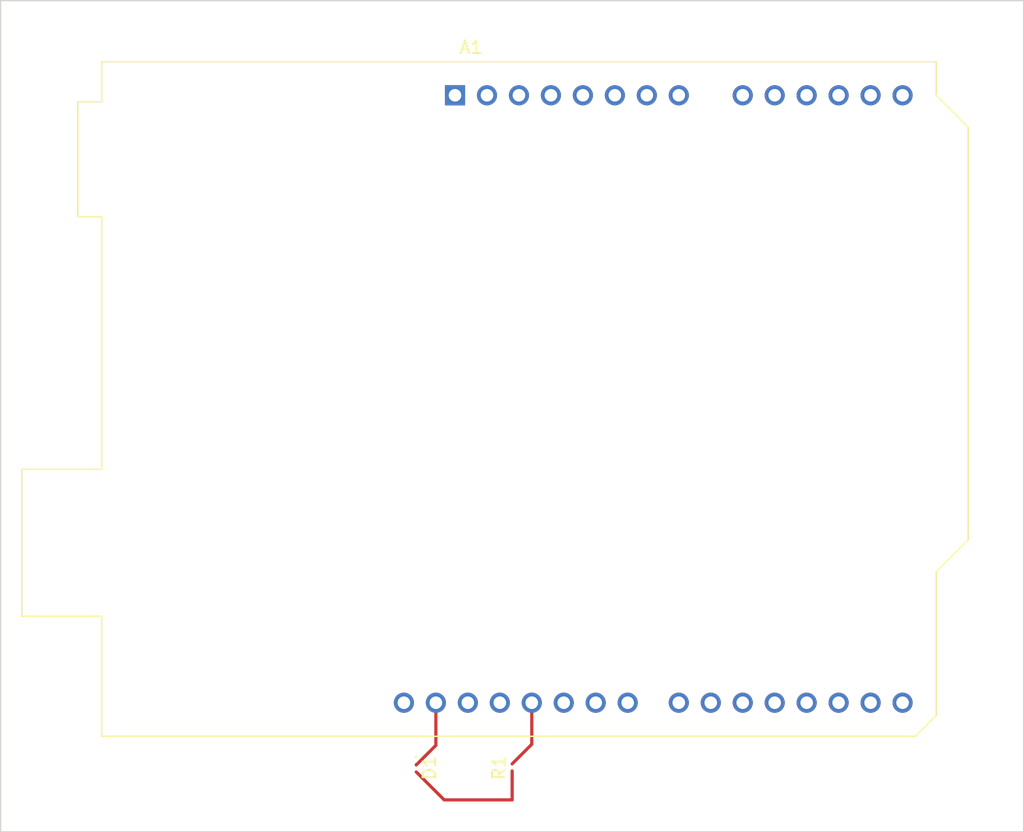
<source format=kicad_pcb>
(kicad_pcb (version 20211014) (generator pcbnew)
  (layers (0 "F.Cu" signal) (31 "B.Cu" signal) (34 "B.Paste" user) (35 "F.Paste" user) (36 "B.SilkS" user "B.Silkscreen") (37 "F.SilkS" user "F.Silkscreen") (38 "B.Mask" user) (39 "F.Mask" user) (44 "Edge.Cuts" user))
  (net 0 "")
  (net 26 "Net-(A1-Pad26)")
  (net 29 "Net-(A1-Pad29)")
  (net 31 "Net-(D1-Pad2)")
  (footprint "LED_SMD:LED_0201_0603Metric" (layer "F.Cu") (at 134.62 88.9 -90)
    (fp_text reference "D1" (at 0 -1.05 90) (layer "F.SilkS"))
    (fp_text value "LED")
    (fp_circle (center -0.86 0) (end -0.81 0) (layer "F.SilkS") (width 0.1) (fill none))
    (pad "1" smd roundrect (at -0.32 0 270) (size 0.1 0.2) (layers "F.Cu" "F.Mask") (net 29 "Net-(A1-Pad29)"))
    (pad "2" smd roundrect (at 0.32 0 270) (size 0.1 0.2) (layers "F.Cu" "F.Mask") (net 31 "Net-(D1-Pad2)"))
  )
  (footprint "Resistor_SMD:R_0201_0603Metric" (layer "F.Cu") (at 142.24 88.9 90)
    (fp_text reference "R1" (at 0 -1.05 90) (layer "F.SilkS"))
    (fp_text value "R_Small")
    (pad "1" smd roundrect (at -0.32 0 90) (size 0.1 0.1) (layers "F.Cu" "F.Mask") (net 31 "Net-(D1-Pad2)"))
    (pad "2" smd roundrect (at 0.32 0 90) (size 0.1 0.1) (layers "F.Cu" "F.Mask") (net 26 "Net-(A1-Pad26)"))
  )
  (footprint "Module:Arduino_UNO_R2" (layer "F.Cu") (at 137.7 35.46)
    (fp_text reference "A1" (at 1.27 -3.81 180) (layer "F.SilkS"))
    (fp_text value "Arduino_UNO_R2")
    (fp_line (start 40.77 35.31) (end 40.77 2.54) (layer "F.SilkS") (width 0.12))
    (fp_line (start -28.07 29.72) (end -34.42 29.72) (layer "F.SilkS") (width 0.12))
    (fp_line (start -29.97 9.65) (end -28.07 9.65) (layer "F.SilkS") (width 0.12))
    (fp_line (start 40.77 2.54) (end 38.23 0) (layer "F.SilkS") (width 0.12))
    (fp_line (start -34.42 41.4) (end -28.07 41.4) (layer "F.SilkS") (width 0.12))
    (fp_line (start 36.58 50.93) (end 38.23 49.28) (layer "F.SilkS") (width 0.12))
    (fp_line (start -28.07 0.51) (end -29.97 0.51) (layer "F.SilkS") (width 0.12))
    (fp_line (start -28.07 9.65) (end -28.07 29.72) (layer "F.SilkS") (width 0.12))
    (fp_line (start -29.97 0.51) (end -29.97 9.65) (layer "F.SilkS") (width 0.12))
    (fp_line (start -28.07 41.4) (end -28.07 50.93) (layer "F.SilkS") (width 0.12))
    (fp_line (start -28.07 -2.67) (end -28.07 0.51) (layer "F.SilkS") (width 0.12))
    (fp_line (start 38.23 49.28) (end 38.23 37.85) (layer "F.SilkS") (width 0.12))
    (fp_line (start -34.42 29.72) (end -34.42 41.4) (layer "F.SilkS") (width 0.12))
    (fp_line (start 38.23 0) (end 38.23 -2.67) (layer "F.SilkS") (width 0.12))
    (fp_line (start 38.23 -2.67) (end -28.07 -2.67) (layer "F.SilkS") (width 0.12))
    (fp_line (start 38.23 37.85) (end 40.77 35.31) (layer "F.SilkS") (width 0.12))
    (fp_line (start -28.07 50.93) (end 36.58 50.93) (layer "F.SilkS") (width 0.12))
    (pad "1" thru_hole rect (at 0 0 90) (size 1.6 1.6) (drill 1) (layers *.Cu *.Mask))
    (pad "2" thru_hole oval (at 2.54 0 90) (size 1.6 1.6) (drill 1) (layers *.Cu *.Mask))
    (pad "3" thru_hole oval (at 5.08 0 90) (size 1.6 1.6) (drill 1) (layers *.Cu *.Mask))
    (pad "4" thru_hole oval (at 7.62 0 90) (size 1.6 1.6) (drill 1) (layers *.Cu *.Mask))
    (pad "5" thru_hole oval (at 10.16 0 90) (size 1.6 1.6) (drill 1) (layers *.Cu *.Mask))
    (pad "6" thru_hole oval (at 12.7 0 90) (size 1.6 1.6) (drill 1) (layers *.Cu *.Mask))
    (pad "7" thru_hole oval (at 15.24 0 90) (size 1.6 1.6) (drill 1) (layers *.Cu *.Mask))
    (pad "8" thru_hole oval (at 17.78 0 90) (size 1.6 1.6) (drill 1) (layers *.Cu *.Mask))
    (pad "9" thru_hole oval (at 22.86 0 90) (size 1.6 1.6) (drill 1) (layers *.Cu *.Mask))
    (pad "10" thru_hole oval (at 25.4 0 90) (size 1.6 1.6) (drill 1) (layers *.Cu *.Mask))
    (pad "11" thru_hole oval (at 27.94 0 90) (size 1.6 1.6) (drill 1) (layers *.Cu *.Mask))
    (pad "12" thru_hole oval (at 30.48 0 90) (size 1.6 1.6) (drill 1) (layers *.Cu *.Mask))
    (pad "13" thru_hole oval (at 33.02 0 90) (size 1.6 1.6) (drill 1) (layers *.Cu *.Mask))
    (pad "14" thru_hole oval (at 35.56 0 90) (size 1.6 1.6) (drill 1) (layers *.Cu *.Mask))
    (pad "15" thru_hole oval (at 35.56 48.26 90) (size 1.6 1.6) (drill 1) (layers *.Cu *.Mask))
    (pad "16" thru_hole oval (at 33.02 48.26 90) (size 1.6 1.6) (drill 1) (layers *.Cu *.Mask))
    (pad "17" thru_hole oval (at 30.48 48.26 90) (size 1.6 1.6) (drill 1) (layers *.Cu *.Mask))
    (pad "18" thru_hole oval (at 27.94 48.26 90) (size 1.6 1.6) (drill 1) (layers *.Cu *.Mask))
    (pad "19" thru_hole oval (at 25.4 48.26 90) (size 1.6 1.6) (drill 1) (layers *.Cu *.Mask))
    (pad "20" thru_hole oval (at 22.86 48.26 90) (size 1.6 1.6) (drill 1) (layers *.Cu *.Mask))
    (pad "21" thru_hole oval (at 20.32 48.26 90) (size 1.6 1.6) (drill 1) (layers *.Cu *.Mask))
    (pad "22" thru_hole oval (at 17.78 48.26 90) (size 1.6 1.6) (drill 1) (layers *.Cu *.Mask))
    (pad "23" thru_hole oval (at 13.72 48.26 90) (size 1.6 1.6) (drill 1) (layers *.Cu *.Mask))
    (pad "24" thru_hole oval (at 11.18 48.26 90) (size 1.6 1.6) (drill 1) (layers *.Cu *.Mask))
    (pad "25" thru_hole oval (at 8.64 48.26 90) (size 1.6 1.6) (drill 1) (layers *.Cu *.Mask))
    (pad "26" thru_hole oval (at 6.1 48.26 90) (size 1.6 1.6) (drill 1) (layers *.Cu *.Mask) (net 26 "Net-(A1-Pad26)"))
    (pad "27" thru_hole oval (at 3.56 48.26 90) (size 1.6 1.6) (drill 1) (layers *.Cu *.Mask))
    (pad "28" thru_hole oval (at 1.02 48.26 90) (size 1.6 1.6) (drill 1) (layers *.Cu *.Mask))
    (pad "29" thru_hole oval (at -1.52 48.26 90) (size 1.6 1.6) (drill 1) (layers *.Cu *.Mask) (net 29 "Net-(A1-Pad29)"))
    (pad "30" thru_hole oval (at -4.06 48.26 90) (size 1.6 1.6) (drill 1) (layers *.Cu *.Mask))
  )
  (gr_poly (pts (xy 182.88 93.98) (xy 101.6 93.98) (xy 101.6 27.94) (xy 182.88 27.94)) (layer "Edge.Cuts") (width 0.1) (fill none))
  (segment (start 142.24 88.58) (end 143.8 87.02) (width 0.25) (layer "F.Cu") (net 26))
  (segment (start 143.8 87.02) (end 143.8 83.72) (width 0.25) (layer "F.Cu") (net 26))
  (segment (start 136.18 83.72) (end 136.18 87.10548) (width 0.25) (layer "F.Cu") (net 29))
  (segment (start 136.18 87.10548) (end 134.62 88.66548) (width 0.25) (layer "F.Cu") (net 29))
  (segment (start 136.84 91.44) (end 142.24 91.44) (width 0.25) (layer "F.Cu") (net 31))
  (segment (start 134.62 89.22) (end 136.84 91.44) (width 0.25) (layer "F.Cu") (net 31))
  (segment (start 142.24 91.44) (end 142.24 89.13452) (width 0.25) (layer "F.Cu") (net 31))
)
</source>
